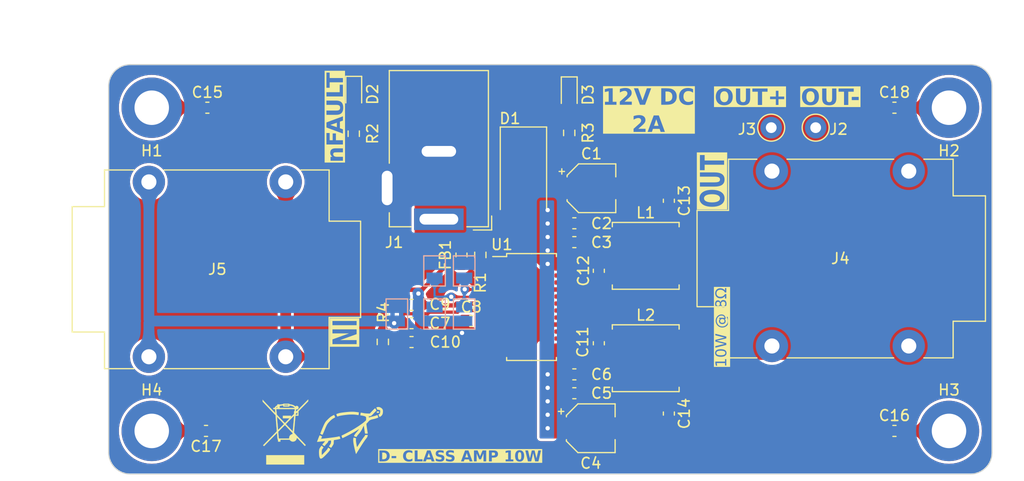
<source format=kicad_pcb>
(kicad_pcb (version 20221018) (generator pcbnew)
  (layers (0 "F.Cu" signal) (31 "B.Cu" signal) (34 "B.Paste" user) (35 "F.Paste" user) (36 "B.SilkS" user "B.Silkscreen") (37 "F.SilkS" user "F.Silkscreen") (38 "B.Mask" user) (39 "F.Mask" user) (44 "Edge.Cuts" user))
  (net 0 "")
  (net 1 "+12V")
  (net 2 "GND")
  (net 3 "/AVCC")
  (net 4 "GNDA")
  (net 5 "Net-(U1-GVDD)")
  (net 6 "Net-(U1-INN)")
  (net 7 "/INPUT")
  (net 8 "Net-(U1-INP)")
  (net 9 "Net-(C11-Pad1)")
  (net 10 "Net-(C11-Pad2)")
  (net 11 "Net-(C12-Pad1)")
  (net 12 "Net-(C12-Pad2)")
  (net 13 "Net-(J3-Pin_1)")
  (net 14 "Net-(J2-Pin_1)")
  (net 15 "Earth")
  (net 16 "Net-(D2-A)")
  (net 17 "Net-(D3-A)")
  (net 18 "/GAIN0")
  (net 19 "/GAIN1")
  (net 20 "Net-(U1-~{FAULT})")
  (net 21 "Net-(R4-Pad2)")
  (footprint "MountingHole:MountingHole_3.2mm_M3_DIN965_Pad" (layer "F.Cu") (at 78 34)
    (fp_text reference "H3" (at 0 -3.8) (layer "F.SilkS"))
    (fp_text value "M3_mounting_hole")
    (pad "1" thru_hole circle (at 0 0) (size 5.6 5.6) (drill 3.2) (layers "*.Cu" "*.Mask") (net 15 "Earth"))
  )
  (footprint "Capacitor_SMD:CP_Elec_4x5.4" (layer "F.Cu") (at 44.8125 11.475)
    (fp_text reference "C1" (at 0 -3.2) (layer "F.SilkS"))
    (fp_text value "100uF")
    (pad "1" smd roundrect (at -1.8 0) (size 2.6 1.6) (layers "F.Cu" "F.Paste" "F.Mask") (roundrect_rratio 0.15625) (net 1 "+12V"))
    (pad "2" smd roundrect (at 1.8 0) (size 2.6 1.6) (layers "F.Cu" "F.Paste" "F.Mask") (roundrect_rratio 0.15625) (net 2 "GND"))
  )
  (footprint "Connector_BarrelJack:BarrelJack_GCT_DCJ200-10-A_Horizontal" (layer "F.Cu") (at 30.65 14.35 180)
    (fp_text reference "J1" (at 4.15 -2.15) (layer "F.SilkS"))
    (fp_text value "Barrel_Jack_Switch")
    (pad "1" thru_hole rect (at 0 0 180) (size 4.6 2) (drill oval 3.6 1) (layers "*.Cu" "*.Mask") (net 1 "+12V"))
    (pad "2" thru_hole oval (at 0 6.3 180) (size 4.2 2) (drill oval 3.2 1) (layers "*.Cu" "*.Mask") (net 2 "GND"))
    (pad "3" thru_hole oval (at 4.8 2.9 180) (size 2 4.2) (drill oval 1 3.2) (layers "*.Cu" "*.Mask") (net 2 "GND"))
  )
  (footprint "LOGO" (layer "F.Cu") (at 22.1 34.2)
    (fp_text reference "G***" hide)
    (fp_text value "LOGO" hide)
  )
  (footprint "Connector_Audio:Jack_6.35mm_Neutrik_NMJ4HCD2_Horizontal" (layer "F.Cu") (at 61.565 9.885)
    (fp_text reference "J4" (at 6.35 8.115) (layer "F.SilkS"))
    (fp_text value "OUTPUT")
    (pad "S" thru_hole circle (at 12.7 0) (size 3 3) (drill 1.4) (layers "*.Cu" "*.Mask") (net 14 "Net-(J2-Pin_1)"))
    (pad "SN" thru_hole circle (at 12.7 16.23) (size 3 3) (drill 1.4) (layers "*.Cu" "*.Mask") (net 14 "Net-(J2-Pin_1)"))
    (pad "T" thru_hole circle (at 0 0) (size 3 3) (drill 1.4) (layers "*.Cu" "*.Mask") (net 13 "Net-(J3-Pin_1)"))
    (pad "TN" thru_hole circle (at 0 16.23) (size 3 3) (drill 1.4) (layers "*.Cu" "*.Mask") (net 13 "Net-(J3-Pin_1)"))
  )
  (footprint "Inductor_SMD:L_TDK_VLS6045EX_VLS6045AF" (layer "F.Cu") (at 49.85 27.25)
    (fp_text reference "L2" (at 0 -4 unlocked) (layer "F.SilkS"))
    (fp_text value "33uH")
    (pad "1" smd roundrect (at -2.1 0) (size 1.9 5.1) (layers "F.Cu" "F.Paste" "F.Mask") (net 9 "Net-(C11-Pad1)"))
    (pad "2" smd roundrect (at 2.1 0) (size 1.9 5.1) (layers "F.Cu" "F.Paste" "F.Mask") (net 14 "Net-(J2-Pin_1)"))
  )
  (footprint "Diode_SMD:D_SMA-SMB_Universal_Handsoldering" (layer "F.Cu") (at 38.5 10.75 -90)
    (fp_text reference "D1" (at -5.75 1.25 -180) (layer "F.SilkS"))
    (fp_text value "D_TVS")
    (pad "1" smd trapezoid (at -2.9 0 270) (size 3.6 1.7) (rect_delta 0.6 0) (layers "F.Cu" "F.Paste" "F.Mask") (net 2 "GND"))
    (pad "2" smd trapezoid (at 2.9 0 90) (size 3.6 1.7) (rect_delta 0.6 0) (layers "F.Cu" "F.Paste" "F.Mask") (net 1 "+12V"))
  )
  (footprint "Capacitor_SMD:C_0603_1608Metric_Pad1.08x0.95mm_HandSolder" (layer "F.Cu") (at 33.6625 23.8 180)
    (fp_text reference "C8" (at 0 1.3) (layer "F.SilkS"))
    (fp_text value "1uF")
    (pad "1" smd roundrect (at -0.8625 0 180) (size 1.075 0.95) (layers "F.Cu" "F.Paste" "F.Mask") (net 5 "Net-(U1-GVDD)"))
    (pad "2" smd roundrect (at 0.8625 0 180) (size 1.075 0.95) (layers "F.Cu" "F.Paste" "F.Mask") (net 2 "GND"))
  )
  (footprint "Capacitor_SMD:C_0603_1608Metric_Pad1.08x0.95mm_HandSolder" (layer "F.Cu") (at 52 32.3875 -90)
    (fp_text reference "C14" (at 0 -1.43 90) (layer "F.SilkS"))
    (fp_text value "1uF")
    (pad "1" smd roundrect (at -0.8625 0 270) (size 1.075 0.95) (layers "F.Cu" "F.Paste" "F.Mask") (net 14 "Net-(J2-Pin_1)"))
    (pad "2" smd roundrect (at 0.8625 0 270) (size 1.075 0.95) (layers "F.Cu" "F.Paste" "F.Mask") (net 2 "GND"))
  )
  (footprint "Symbol:WEEE-Logo_4.2x6mm_SilkScreen" (layer "F.Cu") (at 16.4 34.1)
    (fp_text reference "REF**" hide)
    (fp_text value "WEEE-Logo_4.2x6mm_SilkScreen" hide)
  )
  (footprint "Resistor_SMD:R_0603_1608Metric_Pad0.98x0.95mm_HandSolder" (layer "F.Cu") (at 42.75 6.3375 -90)
    (fp_text reference "R3" (at 0 -1.75 90) (layer "F.SilkS"))
    (fp_text value "5k1")
    (pad "1" smd roundrect (at -0.9125 0 270) (size 0.975 0.95) (layers "F.Cu" "F.Paste" "F.Mask") (net 17 "Net-(D3-A)"))
    (pad "2" smd roundrect (at 0.9125 0 270) (size 0.975 0.95) (layers "F.Cu" "F.Paste" "F.Mask") (net 1 "+12V"))
  )
  (footprint "Capacitor_SMD:C_0603_1608Metric_Pad1.08x0.95mm_HandSolder" (layer "F.Cu") (at 52 12.6375 -90)
    (fp_text reference "C13" (at 0 -1.43 90) (layer "F.SilkS"))
    (fp_text value "1uF")
    (pad "1" smd roundrect (at -0.8625 0 270) (size 1.075 0.95) (layers "F.Cu" "F.Paste" "F.Mask") (net 2 "GND"))
    (pad "2" smd roundrect (at 0.8625 0 270) (size 1.075 0.95) (layers "F.Cu" "F.Paste" "F.Mask") (net 13 "Net-(J3-Pin_1)"))
  )
  (footprint "Connector_Pin:Pin_D1.0mm_L10.0mm" (layer "F.Cu") (at 61.5 5.85)
    (fp_text reference "J3" (at -2.25 0.15) (layer "F.SilkS"))
    (fp_text value "OUT+")
    (pad "1" thru_hole circle (at 0 0) (size 2 2) (drill 1) (layers "*.Cu" "*.Mask") (net 13 "Net-(J3-Pin_1)"))
  )
  (footprint "Capacitor_SMD:C_0603_1608Metric_Pad1.08x0.95mm_HandSolder" (layer "F.Cu") (at 28.1125 22.3 180)
    (fp_text reference "C7" (at -2.6375 -1.7) (layer "F.SilkS"))
    (fp_text value "1uF")
    (pad "1" smd roundrect (at -0.8625 0 180) (size 1.075 0.95) (layers "F.Cu" "F.Paste" "F.Mask") (net 3 "/AVCC"))
    (pad "2" smd roundrect (at 0.8625 0 180) (size 1.075 0.95) (layers "F.Cu" "F.Paste" "F.Mask") (net 4 "GNDA"))
  )
  (footprint "Capacitor_SMD:C_0603_1608Metric_Pad1.08x0.95mm_HandSolder" (layer "F.Cu") (at 45.5 25.8625 -90)
    (fp_text reference "C11" (at -0.1125 1.5 90) (layer "F.SilkS"))
    (fp_text value "470nF")
    (pad "1" smd roundrect (at -0.8625 0 270) (size 1.075 0.95) (layers "F.Cu" "F.Paste" "F.Mask") (net 9 "Net-(C11-Pad1)"))
    (pad "2" smd roundrect (at 0.8625 0 270) (size 1.075 0.95) (layers "F.Cu" "F.Paste" "F.Mask") (net 10 "Net-(C11-Pad2)"))
  )
  (footprint "MountingHole:MountingHole_3.2mm_M3_DIN965_Pad" (layer "F.Cu") (at 78 4)
    (fp_text reference "H2" (at 0 4) (layer "F.SilkS"))
    (fp_text value "M3_mounting_hole")
    (pad "1" thru_hole circle (at 0 0) (size 5.6 5.6) (drill 3.2) (layers "*.Cu" "*.Mask") (net 15 "Earth"))
  )
  (footprint "MountingHole:MountingHole_3.2mm_M3_DIN965_Pad" (layer "F.Cu") (at 4 4)
    (fp_text reference "H1" (at 0 4) (layer "F.SilkS"))
    (fp_text value "M3_mounting_hole")
    (pad "1" thru_hole circle (at 0 0) (size 5.6 5.6) (drill 3.2) (layers "*.Cu" "*.Mask") (net 15 "Earth"))
  )
  (footprint "Capacitor_SMD:C_0603_1608Metric_Pad1.08x0.95mm_HandSolder" (layer "F.Cu") (at 43.225 30.5)
    (fp_text reference "C5" (at 2.525 0) (layer "F.SilkS"))
    (fp_text value "100nF")
    (pad "1" smd roundrect (at -0.8625 0) (size 1.075 0.95) (layers "F.Cu" "F.Paste" "F.Mask") (net 1 "+12V"))
    (pad "2" smd roundrect (at 0.8625 0) (size 1.075 0.95) (layers "F.Cu" "F.Paste" "F.Mask") (net 2 "GND"))
  )
  (footprint "Connector_Audio:Jack_6.35mm_Neutrik_NMJ4HCD2_Horizontal" (layer "F.Cu") (at 16.435 27.115 180)
    (fp_text reference "J5" (at 6.35 8.115) (layer "F.SilkS"))
    (fp_text value "INPUT")
    (pad "S" thru_hole circle (at 12.7 0 180) (size 3 3) (drill 1.4) (layers "*.Cu" "*.Mask") (net 4 "GNDA"))
    (pad "SN" thru_hole circle (at 12.7 16.23 180) (size 3 3) (drill 1.4) (layers "*.Cu" "*.Mask") (net 4 "GNDA"))
    (pad "T" thru_hole circle (at 0 0 180) (size 3 3) (drill 1.4) (layers "*.Cu" "*.Mask") (net 7 "/INPUT"))
    (pad "TN" thru_hole circle (at 0 16.23 180) (size 3 3) (drill 1.4) (layers "*.Cu" "*.Mask") (net 7 "/INPUT"))
  )
  (footprint "Capacitor_SMD:C_0603_1608Metric_Pad1.08x0.95mm_HandSolder" (layer "F.Cu") (at 28.1125 25.75)
    (fp_text reference "C10" (at 3.1375 0) (layer "F.SilkS"))
    (fp_text value "1uF")
    (pad "1" smd roundrect (at -0.8625 0) (size 1.075 0.95) (layers "F.Cu" "F.Paste" "F.Mask") (net 7 "/INPUT"))
    (pad "2" smd roundrect (at 0.8625 0) (size 1.075 0.95) (layers "F.Cu" "F.Paste" "F.Mask") (net 8 "Net-(U1-INP)"))
  )
  (footprint "Inductor_SMD:L_0603_1608Metric_Pad1.05x0.95mm_HandSolder" (layer "F.Cu") (at 32.75 17.6625 -90)
    (fp_text reference "FB1" (at 0 1.5 90) (layer "F.SilkS"))
    (fp_text value "GZ1608D601TF")
    (pad "1" smd roundrect (at -0.875 0 270) (size 1.05 0.95) (layers "F.Cu" "F.Paste" "F.Mask") (net 1 "+12V"))
    (pad "2" smd roundrect (at 0.875 0 270) (size 1.05 0.95) (layers "F.Cu" "F.Paste" "F.Mask") (net 3 "/AVCC"))
  )
  (footprint "Capacitor_SMD:C_0603_1608Metric_Pad1.08x0.95mm_HandSolder" (layer "F.Cu") (at 43.225 16.475)
    (fp_text reference "C3" (at 2.525 0.025) (layer "F.SilkS"))
    (fp_text value "1nF")
    (pad "1" smd roundrect (at -0.8625 0) (size 1.075 0.95) (layers "F.Cu" "F.Paste" "F.Mask") (net 1 "+12V"))
    (pad "2" smd roundrect (at 0.8625 0) (size 1.075 0.95) (layers "F.Cu" "F.Paste" "F.Mask") (net 2 "GND"))
  )
  (footprint "Resistor_SMD:R_0603_1608Metric_Pad0.98x0.95mm_HandSolder" (layer "F.Cu") (at 34.5 17.6625 -90)
    (fp_text reference "R1" (at 2.5875 0 90) (layer "F.SilkS"))
    (fp_text value "100k")
    (pad "1" smd roundrect (at -0.9125 0 270) (size 0.975 0.95) (layers "F.Cu" "F.Paste" "F.Mask") (net 1 "+12V"))
    (pad "2" smd roundrect (at 0.9125 0 270) (size 0.975 0.95) (layers "F.Cu" "F.Paste" "F.Mask") (net 20 "Net-(U1-~{FAULT})"))
  )
  (footprint "Capacitor_SMD:CP_Elec_4x5.4" (layer "F.Cu") (at 44.75 33.75)
    (fp_text reference "C4" (at 0 3.25) (layer "F.SilkS"))
    (fp_text value "100uF")
    (pad "1" smd roundrect (at -1.8 0) (size 2.6 1.6) (layers "F.Cu" "F.Paste" "F.Mask") (roundrect_rratio 0.15625) (net 1 "+12V"))
    (pad "2" smd roundrect (at 1.8 0) (size 2.6 1.6) (layers "F.Cu" "F.Paste" "F.Mask") (roundrect_rratio 0.15625) (net 2 "GND"))
  )
  (footprint "LED_SMD:LED_0603_1608Metric_Pad1.05x0.95mm_HandSolder" (layer "F.Cu") (at 42.75 2.8 -90)
    (fp_text reference "D3" (at 0 -1.75 90) (layer "F.SilkS"))
    (fp_text value "YELLOW")
    (pad "1" smd roundrect (at -0.875 0 270) (size 1.05 0.95) (layers "F.Cu" "F.Paste" "F.Mask") (net 2 "GND"))
    (pad "2" smd roundrect (at 0.875 0 270) (size 1.05 0.95) (layers "F.Cu" "F.Paste" "F.Mask") (net 17 "Net-(D3-A)"))
  )
  (footprint "Connector_Pin:Pin_D1.0mm_L10.0mm" (layer "F.Cu") (at 65.625 5.85)
    (fp_text reference "J2" (at 2.125 0.15) (layer "F.SilkS"))
    (fp_text value "OUT-")
    (pad "1" thru_hole circle (at 0 0) (size 2 2) (drill 1) (layers "*.Cu" "*.Mask") (net 14 "Net-(J2-Pin_1)"))
  )
  (footprint "Capacitor_SMD:C_0603_1608Metric_Pad1.08x0.95mm_HandSolder" (layer "F.Cu") (at 9.1625 4)
    (fp_text reference "C15" (at 0 -1.43) (layer "F.SilkS"))
    (fp_text value "100nF")
    (pad "1" smd roundrect (at -0.8625 0) (size 1.075 0.95) (layers "F.Cu" "F.Paste" "F.Mask") (net 15 "Earth"))
    (pad "2" smd roundrect (at 0.8625 0) (size 1.075 0.95) (layers "F.Cu" "F.Paste" "F.Mask") (net 2 "GND"))
  )
  (footprint "Capacitor_SMD:C_0603_1608Metric_Pad1.08x0.95mm_HandSolder" (layer "F.Cu") (at 45.5 19.1375 90)
    (fp_text reference "C12" (at 0 -1.43 90) (layer "F.SilkS"))
    (fp_text value "470nF")
    (pad "1" smd roundrect (at -0.8625 0 90) (size 1.075 0.95) (layers "F.Cu" "F.Paste" "F.Mask") (net 11 "Net-(C12-Pad1)"))
    (pad "2" smd roundrect (at 0.8625 0 90) (size 1.075 0.95) (layers "F.Cu" "F.Paste" "F.Mask") (net 12 "Net-(C12-Pad2)"))
  )
  (footprint "Resistor_SMD:R_0603_1608Metric_Pad0.98x0.95mm_HandSolder" (layer "F.Cu") (at 25.45 25.7375 -90)
    (fp_text reference "R4" (at -2.7375 -0.05 90) (layer "F.SilkS"))
    (fp_text value "100k")
    (pad "1" smd roundrect (at -0.9125 0 270) (size 0.975 0.95) (layers "F.Cu" "F.Paste" "F.Mask") (net 3 "/AVCC"))
    (pad "2" smd roundrect (at 0.9125 0 270) (size 0.975 0.95) (layers "F.Cu" "F.Paste" "F.Mask") (net 21 "Net-(R4-Pad2)"))
  )
  (footprint "Resistor_SMD:R_0603_1608Metric_Pad0.98x0.95mm_HandSolder" (layer "F.Cu") (at 22.75 6.4125 -90)
    (fp_text reference "R2" (at 0 -1.75 90) (layer "F.SilkS"))
    (fp_text value "5k1")
    (pad "1" smd roundrect (at -0.9125 0 270) (size 0.975 0.95) (layers "F.Cu" "F.Paste" "F.Mask") (net 16 "Net-(D2-A)"))
    (pad "2" smd roundrect (at 0.9125 0 270) (size 0.975 0.95) (layers "F.Cu" "F.Paste" "F.Mask") (net 20 "Net-(U1-~{FAULT})"))
  )
  (footprint "Capacitor_SMD:C_0603_1608Metric_Pad1.08x0.95mm_HandSolder" (layer "F.Cu") (at 9.0375 34 180)
    (fp_text reference "C17" (at 0 -1.43) (layer "F.SilkS"))
    (fp_text value "100nF")
    (pad "1" smd roundrect (at -0.8625 0 180) (size 1.075 0.95) (layers "F.Cu" "F.Paste" "F.Mask") (net 2 "GND"))
    (pad "2" smd roundrect (at 0.8625 0 180) (size 1.075 0.95) (layers "F.Cu" "F.Paste" "F.Mask") (net 15 "Earth"))
  )
  (footprint "LED_SMD:LED_0603_1608Metric_Pad1.05x0.95mm_HandSolder" (layer "F.Cu") (at 22.75 2.75 -90)
    (fp_text reference "D2" (at 0 -1.75 90) (layer "F.SilkS"))
    (fp_text value "RED")
    (pad "1" smd roundrect (at -0.875 0 270) (size 1.05 0.95) (layers "F.Cu" "F.Paste" "F.Mask") (net 2 "GND"))
    (pad "2" smd roundrect (at 0.875 0 270) (size 1.05 0.95) (layers "F.Cu" "F.Paste" "F.Mask") (net 16 "Net-(D2-A)"))
  )
  (footprint "Package_SO:HTSSOP-28-1EP_4.4x9.7mm_P0.65mm_EP2.85x5.4mm" (layer "F.Cu") (at 39.25 22.5)
    (fp_text reference "U1" (at -2.75 -5.8) (layer "F.SilkS"))
    (fp_text value "TPA3112D1")
    (pad "1" smd roundrect (at -2.8625 -4.225) (size 1.475 0.4) (layers "F.Cu" "F.Paste" "F.Mask") (net 20 "Net-(U1-~{FAULT})"))
    (pad "2" smd roundrect (at -2.8625 -3.575) (size 1.475 0.4) (layers "F.Cu" "F.Paste" "F.Mask") (net 20 "Net-(U1-~{FAULT})"))
    (pad "3" smd roundrect (at -2.8625 -2.925) (size 1.475 0.4) (layers "F.Cu" "F.Paste" "F.Mask") (net 2 "GND"))
    (pad "4" smd roundrect (at -2.8625 -2.275) (size 1.475 0.4) (layers "F.Cu" "F.Paste" "F.Mask") (net 2 "GND"))
    (pad "5" smd roundrect (at -2.8625 -1.625) (size 1.475 0.4) (layers "F.Cu" "F.Paste" "F.Mask") (net 18 "/GAIN0"))
    (pad "6" smd roundrect (at -2.8625 -0.975) (size 1.475 0.4) (layers "F.Cu" "F.Paste" "F.Mask") (net 19 "/GAIN1"))
    (pad "7" smd roundrect (at -2.8625 -0.325) (size 1.475 0.4) (layers "F.Cu" "F.Paste" "F.Mask") (net 3 "/AVCC"))
    (pad "8" smd roundrect (at -2.8625 0.325) (size 1.475 0.4) (layers "F.Cu" "F.Paste" "F.Mask") (net 4 "GNDA"))
    (pad "9" smd roundrect (at -2.8625 0.975) (size 1.475 0.4) (layers "F.Cu" "F.Paste" "F.Mask") (net 5 "Net-(U1-GVDD)"))
    (pad "10" smd roundrect (at -2.8625 1.625) (size 1.475 0.4) (layers "F.Cu" "F.Paste" "F.Mask") (net 5 "Net-(U1-GVDD)"))
    (pad "11" smd roundrect (at -2.8625 2.275) (size 1.475 0.4) (layers "F.Cu" "F.Paste" "F.Mask") (net 6 "Net-(U1-INN)"))
    (pad "12" smd roundrect (at -2.8625 2.925) (size 1.475 0.4) (layers "F.Cu" "F.Paste" "F.Mask") (net 8 "Net-(U1-INP)"))
    (pad "13" smd roundrect (at -2.8625 3.575) (size 1.475 0.4) (layers "F.Cu" "F.Paste" "F.Mask"))
    (pad "14" smd roundrect (at -2.8625 4.225) (size 1.475 0.4) (layers "F.Cu" "F.Paste" "F.Mask") (net 21 "Net-(R4-Pad2)"))
    (pad "15" smd roundrect (at 2.8625 4.225) (size 1.475 0.4) (layers "F.Cu" "F.Paste" "F.Mask") (net 1 "+12V"))
    (pad "16" smd roundrect (at 2.8625 3.575) (size 1.475 0.4) (layers "F.Cu" "F.Paste" "F.Mask") (net 1 "+12V"))
    (pad "17" smd roundrect (at 2.8625 2.925) (size 1.475 0.4) (layers "F.Cu" "F.Paste" "F.Mask") (net 10 "Net-(C11-Pad2)"))
    (pad "18" smd roundrect (at 2.8625 2.275) (size 1.475 0.4) (layers "F.Cu" "F.Paste" "F.Mask") (net 9 "Net-(C11-Pad1)"))
    (pad "19" smd roundrect (at 2.8625 1.625) (size 1.475 0.4) (layers "F.Cu" "F.Paste" "F.Mask") (net 2 "GND"))
    (pad "20" smd roundrect (at 2.8625 0.975) (size 1.475 0.4) (layers "F.Cu" "F.Paste" "F.Mask") (net 9 "Net-(C11-Pad1)"))
    (pad "21" smd roundrect (at 2.8625 0.325) (size 1.475 0.4) (layers "F.Cu" "F.Paste" "F.Mask") (net 10 "Net-(C11-Pad2)"))
    (pad "22" smd roundrect (at 2.8625 -0.325) (size 1.475 0.4) (layers "F.Cu" "F.Paste" "F.Mask") (net 12 "Net-(C12-Pad2)"))
    (pad "23" smd roundrect (at 2.8625 -0.975) (size 1.475 0.4) (layers "F.Cu" "F.Paste" "F.Mask") (net 11 "Net-(C12-Pad1)"))
    (pad "24" smd roundrect (at 2.8625 -1.625) (size 1.475 0.4) (layers "F.Cu" "F.Paste" "F.Mask") (net 2 "GND"))
    (pad "25" smd roundrect (at 2.8625 -2.275) (size 1.475 0.4) (layers "F.Cu" "F.Paste" "F.Mask") (net 11 "Net-(C12-Pad1)"))
    (pad "26" smd roundrect (at 2.8625 -2.925) (size 1.475 0.4) (layers "F.Cu" "F.Paste" "F.Mask") (net 12 "Net-(C12-Pad2)"))
    (pad "27" smd roundrect (at 2.8625 -3.575) (size 1.475 0.4) (layers "F.Cu" "F.Paste" "F.Mask") (net 1 "+12V"))
    (pad "28" smd roundrect (at 2.8625 -4.225) (size 1.475 0.4) (layers "F.Cu" "F.Paste" "F.Mask") (net 1 "+12V"))
    (pad "29" smd rect (at 0 0) (size 2.85 5.4) (layers "F.Cu" "F.Mask") (net 2 "GND"))
  )
  (footprint "Capacitor_SMD:C_0603_1608Metric_Pad1.08x0.95mm_HandSolder" (layer "F.Cu") (at 28.1125 24)
    (fp_text reference "C9" (at 2.6375 -1.75) (layer "F.SilkS"))
    (fp_text value "1uF")
    (pad "1" smd roundrect (at -0.8625 0) (size 1.075 0.95) (layers "F.Cu" "F.Paste" "F.Mask") (net 4 "GNDA"))
    (pad "2" smd roundrect (at 0.8625 0) (size 1.075 0.95) (layers "F.Cu" "F.Paste" "F.Mask") (net 6 "Net-(U1-INN)"))
  )
  (footprint "Inductor_SMD:L_TDK_VLS6045EX_VLS6045AF" (layer "F.Cu") (at 49.85 17.75)
    (fp_text reference "L1" (at 0 -4 unlocked) (layer "F.SilkS"))
    (fp_text value "33uH")
    (pad "1" smd roundrect (at -2.1 0) (size 1.9 5.1) (layers "F.Cu" "F.Paste" "F.Mask") (net 11 "Net-(C12-Pad1)"))
    (pad "2" smd roundrect (at 2.1 0) (size 1.9 5.1) (layers "F.Cu" "F.Paste" "F.Mask") (net 13 "Net-(J3-Pin_1)"))
  )
  (footprint "Capacitor_SMD:C_0603_1608Metric_Pad1.08x0.95mm_HandSolder" (layer "F.Cu") (at 72.9375 4)
    (fp_text reference "C18" (at 0 -1.43) (layer "F.SilkS"))
    (fp_text value "100nF")
    (pad "1" smd roundrect (at -0.8625 0) (size 1.075 0.95) (layers "F.Cu" "F.Paste" "F.Mask") (net 2 "GND"))
    (pad "2" smd roundrect (at 0.8625 0) (size 1.075 0.95) (layers "F.Cu" "F.Paste" "F.Mask") (net 15 "Earth"))
  )
  (footprint "Capacitor_SMD:C_0603_1608Metric_Pad1.08x0.95mm_HandSolder" (layer "F.Cu") (at 43.225 14.725)
    (fp_text reference "C2" (at 2.525 0.025) (layer "F.SilkS"))
    (fp_text value "100nF")
    (pad "1" smd roundrect (at -0.8625 0) (size 1.075 0.95) (layers "F.Cu" "F.Paste" "F.Mask") (net 1 "+12V"))
    (pad "2" smd roundrect (at 0.8625 0) (size 1.075 0.95) (layers "F.Cu" "F.Paste" "F.Mask") (net 2 "GND"))
  )
  (footprint "MountingHole:MountingHole_3.2mm_M3_DIN965_Pad" (layer "F.Cu") (at 4 34)
    (fp_text reference "H4" (at 0 -3.8) (layer "F.SilkS"))
    (fp_text value "M3_mounting_hole")
    (pad "1" thru_hole circle (at 0 0) (size 5.6 5.6) (drill 3.2) (layers "*.Cu" "*.Mask") (net 15 "Earth"))
  )
  (footprint "Capacitor_SMD:C_0603_1608Metric_Pad1.08x0.95mm_HandSolder" (layer "F.Cu") (at 43.225 28.75)
    (fp_text reference "C6" (at 2.525 0) (layer "F.SilkS"))
    (fp_text value "1nF")
    (pad "1" smd roundrect (at -0.8625 0) (size 1.075 0.95) (layers "F.Cu" "F.Paste" "F.Mask") (net 1 "+12V"))
    (pad "2" smd roundrect (at 0.8625 0) (size 1.075 0.95) (layers "F.Cu" "F.Paste" "F.Mask") (net 2 "GND"))
  )
  (footprint "Capacitor_SMD:C_0603_1608Metric_Pad1.08x0.95mm_HandSolder" (layer "F.Cu") (at 72.9375 34)
    (fp_text reference "C16" (at 0 -1.43) (layer "F.SilkS"))
    (fp_text value "100nF")
    (pad "1" smd roundrect (at -0.8625 0) (size 1.075 0.95) (layers "F.Cu" "F.Paste" "F.Mask") (net 2 "GND"))
    (pad "2" smd roundrect (at 0.8625 0) (size 1.075 0.95) (layers "F.Cu" "F.Paste" "F.Mask") (net 15 "Earth"))
  )
  (footprint "Jumper:SolderJumper-2_P1.3mm_Open_Pad1.0x1.5mm" (layer "B.Cu") (at 33 23.15 -90)
    (fp_text reference "JP1" hide)
    (fp_text value "SolderJumper_2_Open")
    (pad "1" smd rect (at -0.65 0 270) (size 1 1.5) (layers "B.Cu" "B.Mask") (net 18 "/GAIN0"))
    (pad "2" smd rect (at 0.65 0 270) (size 1 1.5) (layers "B.Cu" "B.Mask") (net 3 "/AVCC"))
  )
  (footprint "Jumper:SolderJumper-2_P1.3mm_Open_Pad1.0x1.5mm" (layer "B.Cu") (at 33 19.15 -90)
    (fp_text reference "JP4" hide)
    (fp_text value "SolderJumper_2_Open")
    (pad "1" smd rect (at -0.65 0 270) (size 1 1.5) (layers "B.Cu" "B.Mask") (net 2 "GND"))
    (pad "2" smd rect (at 0.65 0 270) (size 1 1.5) (layers "B.Cu" "B.Mask") (net 18 "/GAIN0"))
  )
  (footprint "Jumper:SolderJumper-2_P1.3mm_Open_Pad1.0x1.5mm" (layer "B.Cu") (at 30.25 23.15 -90)
    (fp_text reference "JP2" hide)
    (fp_text value "SolderJumper_2_Open")
    (pad "1" smd rect (at -0.65 0 270) (size 1 1.5) (layers "B.Cu" "B.Mask") (net 19 "/GAIN1"))
    (pad "2" smd rect (at 0.65 0 270) (size 1 1.5) (layers "B.Cu" "B.Mask") (net 3 "/AVCC"))
  )
  (footprint "Jumper:SolderJumper-2_P1.3mm_Bridged2Bar_Pad1.0x1.5mm" (layer "B.Cu") (at 26.75 23.15 90)
    (fp_text reference "JP5" hide)
    (fp_text value "SolderJumper_2_Bridged")
    (fp_poly (pts (xy -0.25 -0.2) (xy 0.25 -0.2) (xy 0.25 -0.6) (xy -0.25 -0.6)) (fill solid) (layer "B.Cu"))
    (fp_poly (pts (xy -0.25 0.6) (xy 0.25 0.6) (xy 0.25 0.2) (xy -0.25 0.2)) (fill solid) (layer "B.Cu"))
    (pad "1" smd rect (at -0.65 0 90) (size 1 1.5) (layers "B.Cu" "B.Mask") (net 4 "GNDA"))
    (pad "2" smd rect (at 0.65 0 90) (size 1 1.5) (layers "B.Cu" "B.Mask") (net 2 "GND"))
  )
  (footprint "Jumper:SolderJumper-2_P1.3mm_Open_Pad1.0x1.5mm" (layer "B.Cu") (at 30.25 19.15 -90)
    (fp_text reference "JP3" hide)
    (fp_text value "SolderJumper_2_Open")
    (pad "1" smd rect (at -0.65 0 270) (size 1 1.5) (layers "B.Cu" "B.Mask") (net 2 "GND"))
    (pad "2" smd rect (at 0.65 0 270) (size 1 1.5) (layers "B.Cu" "B.Mask") (net 19 "/GAIN1"))
  )
  (gr_line (start 0 2) (end 0 36) (stroke (width 0.1)) (layer "Edge.Cuts"))
  (gr_line (start 82 36) (end 82 2) (stroke (width 0.1)) (layer "Edge.Cuts"))
  (gr_arc (start 2 38) (mid 0.585786 37.414214) (end 0 36) (stroke (width 0.1)) (layer "Edge.Cuts"))
  (gr_arc (start 80 0) (mid 81.414214 0.585786) (end 82 2) (stroke (width 0.1)) (layer "Edge.Cuts"))
  (gr_arc (start 82 36) (mid 81.414214 37.414214) (end 80 38) (stroke (width 0.1)) (layer "Edge.Cuts"))
  (gr_line (start 2 38) (end 80 38) (stroke (width 0.1)) (layer "Edge.Cuts"))
  (gr_line (start 2 0) (end 80 0) (stroke (width 0.1)) (layer "Edge.Cuts"))
  (gr_arc (start 0 2) (mid 0.585786 0.585786) (end 2 0) (stroke (width 0.1)) (layer "Edge.Cuts"))
  (gr_text "Designed by\nKarol Augustyn\n20-11-2023" (at 30.2 35) (layer "F.Cu") (effects (font (size 0.7 0.7) (thickness 0.175) bold) (justify bottom)))
  (gr_text "OUT" (at 57.5 13.3 90) (layer "F.SilkS" knockout) (effects (font (size 2.2 1.5) (thickness 0.3) bold) (justify left bottom)))
  (gr_text "OUT+" (at 56.25 4) (layer "F.SilkS" knockout) (effects (font (size 1.5 1.5) (thickness 0.3) bold) (justify left bottom)))
  (gr_text "12V DC\n2A" (at 50.1 6.5) (layer "F.SilkS" knockout) (effects (font (size 1.5 1.5) (thickness 0.3) bold) (justify bottom)))
  (gr_text "IN" (at 20.4 23.6 270) (layer "F.SilkS" knockout) (effects (font (size 2.2 1.5) (thickness 0.3) bold) (justify left bottom)))
  (gr_text "OUT-" (at 64.25 4) (layer "F.SilkS" knockout) (effects (font (size 1.5 1.5) (thickness 0.3) bold) (justify left bottom)))
  (gr_text "10W @ 8Ω" (at 57.5 28.1 90) (layer "F.SilkS" knockout) (effects (font (size 1 1)) (justify left bottom)))
  (gr_text "D- CLASS AMP 10W" (at 25 37) (layer "F.SilkS" knockout) (effects (font (size 1 1) (thickness 0.2) bold) (justify left bottom)))
  (gr_text "nFAULT" (at 22 9.1 90) (layer "F.SilkS" knockout) (effects (font (size 1.5 1.5) (thickness 0.3) bold) (justify left bottom)))
  (via (at 40.75 33.75) (size 0.8) (drill 0.4) (layers "F.Cu" "B.Cu") (net 1))
  (via (at 40.75 32.5) (size 0.8) (drill 0.4) (layers "F.Cu" "B.Cu") (net 1))
  (via (at 40.75 30) (size 0.8) (drill 0.4) (layers "F.Cu" "B.Cu") (net 1))
  (via (at 40.75 14.75) (size 0.8) (drill 0.4) (layers "F.Cu" "B.Cu") (net 1))
  (via (at 40.75 16) (size 0.8) (drill 0.4) (layers "F.Cu" "B.Cu") (net 1))
  (via (at 40.75 13.5) (size 0.8) (drill 0.4) (layers "F.Cu" "B.Cu") (net 1))
  (via (at 40.75 28.75) (size 0.8) (drill 0.4) (layers "F.Cu" "B.Cu") (net 1))
  (via (at 40.75 17.25) (size 0.8) (drill 0.4) (layers "F.Cu" "B.Cu") (net 1))
  (via (at 40.75 18.5) (size 0.8) (drill 0.4) (layers "F.Cu" "B.Cu") (net 1))
  (via (at 40.75 31.25) (size 0.8) (drill 0.4) (layers "F.Cu" "B.Cu") (net 1))
  (via (at 32.8 24.9) (size 0.8) (drill 0.4) (layers "F.Cu" "B.Cu") (net 2))
  (segment (start 29.025 22.35) (end 28.975 22.3) (width 0.4) (layer "F.Cu") (net 3))
  (segment (start 28.75 21.225) (end 28.975 21) (width 0.5) (layer "F.Cu") (net 3))
  (segment (start 28.875 20.9) (end 28.975 21) (width 0.4) (layer "F.Cu") (net 3))
  (segment (start 25.875 20.9) (end 28.875 20.9) (width 0.4) (layer "F.Cu") (net 3))
  (segment (start 28.975 22.3) (end 28.975 21) (width 0.4) (layer "F.Cu") (net 3))
  (segment (start 28.75 21.25) (end 28.75 21.225) (width 0.5) (layer "F.Cu") (net 3))
  (segment (start 32.306371 22.175) (end 32.131371 22.35) (width 0.4) (layer "F.Cu") (net 3))
  (segment (start 25.45 24.825) (end 25.45 21.325) (width 0.4) (layer "F.Cu") (net 3))
  (segment (start 28.975 21) (end 31.4375 18.5375) (width 0.4) (layer "F.Cu") (net 3))
  (segment (start 31.4375 18.5375) (end 32.75 18.5375) (width 0.4) (layer "F.Cu") (net 3))
  (segment (start 32.131371 22.35) (end 29.025 22.35) (width 0.4) (layer "F.Cu") (net 3))
  (segment (start 25.45 21.325) (end 25.875 20.9) (width 0.4) (layer "F.Cu") (net 3))
  (segment (start 36.3875 22.175) (end 32.306371 22.175) (width 0.4) (layer "F.Cu") (net 3))
  (via (at 28.75 21.25) (size 0.8) (drill 0.4) (layers "F.Cu" "B.Cu") (net 3))
  (segment (start 29.15 23.8) (end 28.7 23.35) (width 1) (layer "B.Cu") (net 3))
  (segment (start 28.7 23.35) (end 28.75 21.25) (width 1) (layer "B.Cu") (net 3))
  (segment (start 33 23.8) (end 30.25 23.8) (width 1) (layer "B.Cu") (net 3))
  (segment (start 28.75 21.25) (end 28.7 21.2) (width 1) (layer "B.Cu") (net 3))
  (segment (start 30.25 23.8) (end 29.15 23.8) (width 1) (layer "B.Cu") (net 3))
  (segment (start 29.625 23.125) (end 27.325 23.125) (width 0.3) (layer "F.Cu") (net 4))
  (segment (start 27.25 23.2) (end 27.325 23.125) (width 0.3) (layer "F.Cu") (net 4))
  (segment (start 27.325 23.125) (end 27.25 23.05) (width 0.3) (layer "F.Cu") (net 4))
  (segment (start 32.4 22.975) (end 29.775 22.975) (width 0.3) (layer "F.Cu") (net 4))
  (segment (start 27.25 24) (end 27.25 23.2) (width 0.3) (layer "F.Cu") (net 4))
  (segment (start 29.775 22.975) (end 29.625 23.125) (width 0.3) (layer "F.Cu") (net 4))
  (segment (start 26.5 24) (end 27.25 24) (width 0.5) (layer "F.Cu") (net 4))
  (segment (start 36.3875 22.825) (end 32.55 22.825) (width 0.3) (layer "F.Cu") (net 4))
  (segment (start 32.55 22.825) (end 32.4 22.975) (width 0.3) (layer "F.Cu") (net 4))
  (segment (start 27.25 23.05) (end 27.25 22.3) (width 0.3) (layer "F.Cu") (net 4))
  (via (at 26.5 24) (size 0.8) (drill 0.4) (layers "F.Cu" "B.Cu") (net 4))
  (segment (start 3.95 23.8) (end 3.735 23.585) (width 1) (layer "B.Cu") (net 4))
  (segment (start 26.3 23.8) (end 3.95 23.8) (width 1) (layer "B.Cu") (net 4))
  (segment (start 3.735 24.015) (end 3.95 23.8) (width 1) (layer "B.Cu") (net 4))
  (segment (start 26.55 24) (end 26.5 24) (width 1) (layer "B.Cu") (net 4))
  (segment (start 26.75 23.8) (end 26.55 24) (width 1) (layer "B.Cu") (net 4))
  (segment (start 26.5 24) (end 26.3 23.8) (width 1) (layer "B.Cu") (net 4))
  (segment (start 3.735 27.115) (end 3.735 24.015) (width 1) (layer "B.Cu") (net 4))
  (segment (start 3.735 23.585) (end 3.735 10.885) (width 1) (layer "B.Cu") (net 4))
  (segment (start 30.725 25.75) (end 28.975 24) (width 0.2) (layer "F.Cu") (net 6))
  (segment (start 35.731544 24.775) (end 34.756544 25.75) (width 0.2) (layer "F.Cu") (net 6))
  (segment (start 36.3875 24.775) (end 35.731544 24.775) (width 0.2) (layer "F.Cu") (net 6))
  (segment (start 34.756544 25.75) (end 30.725 25.75) (width 0.2) (layer "F.Cu") (net 6))
  (segment (start 24.85 25.75) (end 27.25 25.75) (width 0.2) (layer "F.Cu") (net 7))
  (segment (start 16.435 27.115) (end 23.485 27.115) (width 0.2) (layer "F.Cu") (net 7))
  (segment (start 23.485 27.115) (end 24.85 25.75) (width 0.2) (layer "F.Cu") (net 7))
  (segment (start 16.435 27.115) (end 16.435 10.885) (width 1) (layer "F.Cu") (net 7))
  (segment (start 30.25 26.2) (end 34.87223 26.2) (width 0.2) (layer "F.Cu") (net 8))
  (segment (start 28.975 25.75) (end 29.8 25.75) (width 0.2) (layer "F.Cu") (net 8))
  (segment (start 29.8 25.75) (end 30.25 26.2) (width 0.2) (layer "F.Cu") (net 8))
  (segment (start 35.64723 25.425) (end 36.3875 25.425) (width 0.2) (layer "F.Cu") (net 8))
  (segment (start 34.87223 26.2) (end 35.64723 25.425) (width 0.2) (layer "F.Cu") (net 8))
  (segment (start 49.65 29.625) (end 49.65 23.425) (width 0.4) (layer "F.Cu") (net 10))
  (segment (start 42.1125 25.425) (end 43.225 25.425) (width 0.4) (layer "F.Cu") (net 10))
  (segment (start 49.65 23.425) (end 49.05 22.825) (width 0.4) (layer "F.Cu") (net 10))
  (segment (start 44.525 26.725) (end 45.5 26.725) (width 0.4) (layer "F.Cu") (net 10))
  (segment (start 48.975 30.3) (end 49.65 29.625) (width 0.4) (layer "F.Cu") (net 10))
  (segment (start 46.15 30.3) (end 48.975 30.3) (width 0.4) (layer "F.Cu") (net 10))
  (segment (start 45.5 29.65) (end 46.15 30.3) (width 0.4) (layer "F.Cu") (net 10))
  (segment (start 49.05 22.825) (end 42.1125 22.825) (width 0.4) (layer "F.Cu") (net 10))
  (segment (start 43.225 25.425) (end 44.525 26.725) (width 0.4) (layer "F.Cu") (net 10))
  (segment (start 45.5 26.725) (end 45.5 29.65) (width 0.4) (layer "F.Cu") (net 10))
  (segment (start 49.675 15.25) (end 49.675 21.575) (width 0.4) (layer "F.Cu") (net 12))
  (segment (start 49.675 21.575) (end 49.075 22.175) (width 0.4) (layer "F.Cu") (net 12))
  (segment (start 49.075 22.175) (end 42.1125 22.175) (width 0.4) (layer "F.Cu") (net 12))
  (segment (start 44.475 18.275) (end 45.5 18.275) (width 0.4) (layer "F.Cu") (net 12))
  (segment (start 45.5 15.45) (end 46.25 14.7) (width 0.4) (layer "F.Cu") (net 12))
  (segment (start 49.125 14.7) (end 49.675 15.25) (width 0.4) (layer "F.Cu") (net 12))
  (segment (start 46.25 14.7) (end 49.125 14.7) (width 0.4) (layer "F.Cu") (net 12))
  (segment (start 45.5 18.275) (end 45.5 15.45) (width 0.4) (layer "F.Cu") (net 12))
  (segment (start 42.1125 19.575) (end 43.175 19.575) (width 0.4) (layer "F.Cu") (net 12))
  (segment (start 43.175 19.575) (end 44.475 18.275) (width 0.4) (layer "F.Cu") (net 12))
  (segment (start 73.8 4) (end 78 4) (width 0.5) (layer "F.Cu") (net 15))
  (segment (start 8.175 34) (end 4 34) (width 0.5) (layer "F.Cu") (net 15))
  (segment (start 73.8 34) (end 78 34) (width 0.5) (layer "F.Cu") (net 15))
  (segment (start 4 4) (end 8.3 4) (width 0.5) (layer "F.Cu") (net 15))
  (segment (start 22.75 5.5) (end 22.75 3.625) (width 0.2) (layer "F.Cu") (net 16))
  (segment (start 42.75 3.675) (end 42.75 5.425) (width 0.2) (layer "F.Cu") (net 17))
  (segment (start 36.3875 20.875) (end 33.075 20.875) (width 0.2) (layer "F.Cu") (net 18))
  (segment (start 33.075 20.875) (end 33.05 20.85) (width 0.2) (layer "F.Cu") (net 18))
  (via (at 33.05 20.85) (size 0.8) (drill 0.4) (layers "F.Cu" "B.Cu") (net 18))
  (segment (start 33 22.5) (end 33 20.9) (width 0.2) (layer "B.Cu") (net 18))
  (segment (start 33.05 20.85) (end 33.05 19.85) (width 0.2) (layer "B.Cu") (net 18))
  (segment (start 33.05 19.85) (end 33 19.8) (width 0.2) (layer "B.Cu") (net 18))
  (segment (start 33 20.9) (end 33.05 20.85) (width 0.2) (layer "B.Cu") (net 18))
  (segment (start 36.3625 21.55) (end 31.8 21.55) (width 0.2) (layer "F.Cu") (net 19))
  (segment (start 36.3875 21.525) (end 36.3625 21.55) (width 0.2) (layer "F.Cu") (net 19))
  (via (at 31.8 21.55) (size 0.8) (drill 0.4) (layers "F.Cu" "B.Cu") (net 19))
  (segment (start 31.8 21.55) (end 30.35 21.55) (width 0.2) (layer "B.Cu") (net 19))
  (segment (start 30.35 21.55) (end 30.25 21.45) (width 0.2) (layer "B.Cu") (net 19))
  (segment (start 30.25 21.45) (end 30.25 19.8) (width 0.2) (layer "B.Cu") (net 19))
  (segment (start 30.35 21.55) (end 30.25 21.65) (width 0.2) (layer "B.Cu") (net 19))
  (segment (start 30.25 21.65) (end 30.25 22.5) (width 0.2) (layer "B.Cu") (net 19))
  (segment (start 33.9125 17.7125) (end 27.5125 17.7125) (width 0.2) (layer "F.Cu") (net 20))
  (segment (start 22.75 12.95) (end 22.75 7.325) (width 0.2) (layer "F.Cu") (net 20))
  (segment (start 34.5 18.3) (end 33.9125 17.7125) (width 0.2) (layer "F.Cu") (net 20))
  (segment (start 27.5125 17.7125) (end 22.75 12.95) (width 0.2) (layer "F.Cu") (net 20))
  (segment (start 34.5 18.575) (end 34.5 18.3) (width 0.2) (layer "F.Cu") (net 20))
  (segment (start 36.3875 26.725) (end 25.525 26.725) (width 0.4) (layer "F.Cu") (net 21))
  (segment (start 25.525 26.725) (end 25.45 26.65) (width 0.4) (layer "F.Cu") (net 21))
  (zone (net 9) (net_name "Net-(C11-Pad1)") (layer "F.Cu") (priority 3) (connect_pads thru_hole_only (clearance 0.25)) (min_thickness 0.25) (fill yes (thermal_gap 0.5) (thermal_bridge_width 0.5) (smoothing fillet) (radius 0.01))
    (polygon (pts (xy 41.475 24.975) (xy 43.125 24.975) (xy 45.25 25.55) (xy 46.325 25.55) (xy 46.35 29.8) (xy 48.7 29.8) (xy 48.7 23.275) (xy 41.475 23.275) (xy 41.475 23.675) (xy 43.125 23.675) (xy 43.125 24.575) (xy 41.475 24.575)))
  )
  (zone (net 14) (net_name "Net-(J2-Pin_1)") (layer "F.Cu") (priority 4) (connect_pads yes (clearance 0.25)) (min_thickness 0.25) (fill yes (thermal_gap 0.5) (thermal_bridge_width 0.5) (smoothing fillet) (radius 0.01))
    (polygon (pts (xy 50.9 23.3) (xy 50.9 32.1) (xy 74 32.1) (xy 76.1 30) (xy 76.1 8.1) (xy 66.5 4.4) (xy 64.2 4.4) (xy 64.2 6.7) (xy 67.8 8.7) (xy 72.2 10.6) (xy 72.5 27.7) (xy 72 28.2) (xy 58.8 28.2) (xy 54.6 23.3)))
  )
  (zone (net 1) (net_name "+12V") (layer "F.Cu") (priority 7) (connect_pads yes (clearance 0.25)) (min_thickness 0.25) (fill yes (thermal_gap 0.5) (thermal_bridge_width 0.5) (smoothing fillet) (radius 0.01))
    (polygon (pts (xy 28.4 17.2) (xy 28.4 12.2) (xy 30.7 10.2) (xy 40 10.2) (xy 42.2 6.7) (xy 44.4 6.7) (xy 44.4 10.2) (xy 44.4 12.8) (xy 43.2 13.9) (xy 43.2 18.8) (xy 43 19.1) (xy 40.5 19.1) (xy 38.4 17.2)))
  )
  (zone (net 1) (net_name "+12V") (layer "F.Cu") (priority 6) (connect_pads yes (clearance 0.25)) (min_thickness 0.25) (fill yes (thermal_gap 0.5) (thermal_bridge_width 0.5) (smoothing fillet) (radius 0.01))
    (polygon (pts (xy 44.4 34.7) (xy 40 34.7) (xy 40 25.9) (xy 42.8 25.9) (xy 43.1 26.2) (xy 43.2 32.1) (xy 44.4 33)))
  )
  (zone (net 11) (net_name "Net-(C12-Pad1)") (layer "F.Cu") (priority 2) (connect_pads thru_hole_only (clearance 0.25)) (min_thickness 0.25) (fill yes (thermal_gap 0.5) (thermal_bridge_width 0.5) (smoothing fillet) (radius 0.01))
    (polygon (pts (xy 41.475 20.025) (xy 43.125 20.025) (xy 45.25 19.45) (xy 46.325 19.45) (xy 46.325 15.2) (xy 48.775 15.2) (xy 48.775 21.725) (xy 41.475 21.725) (xy 41.475 21.325) (xy 43.125 21.325) (xy 43.125 20.425) (xy 41.475 20.425)))
  )
  (zone (net 20) (net_name "Net-(U1-~{FAULT})") (layer "F.Cu") (priority 1) (connect_pads thru_hole_only (clearance 0.25)) (min_thickness 0.25) (fill yes (thermal_gap 0.5) (thermal_bridge_width 0.5) (smoothing fillet) (radius 0.01))
    (polygon (pts (xy 37 18.075) (xy 37 19.125) (xy 35.75 19.125) (xy 34.275 19.06) (xy 34.275 18.09)))
  )
  (zone (net 13) (net_name "Net-(J3-Pin_1)") (layer "F.Cu") (priority 5) (connect_pads yes (clearance 0.25)) (min_thickness 0.25) (fill yes (thermal_gap 0.5) (thermal_bridge_width 0.5) (smoothing fillet) (radius 0.01))
    (polygon (pts (xy 50.9 21.5) (xy 54.4 21.5) (xy 59.4 27.4) (xy 63.6 27.4) (xy 63.5 4.4) (xy 59.8 4.4) (xy 59.8 10.2) (xy 57.8 13) (xy 50.9 13)))
  )
  (zone (net 5) (net_name "Net-(U1-GVDD)") (layer "F.Cu") (connect_pads thru_hole_only (clearance 0.25)) (min_thickness 0.25) (fill yes (thermal_gap 0.5) (thermal_bridge_width 0.5) (smoothing fillet) (radius 0.01))
    (polygon (pts (xy 37 23.275) (xy 37 24.325) (xy 35.75 24.325) (xy 34.225 24.275) (xy 34.225 23.325) (xy 35.75 23.275)))
  )
  (zone (net 2) (net_name "GND") (layers "F&B.Cu") (connect_pads yes (clearance 0.25)) (min_thickness 0.25) (fill yes (thermal_gap 0.5) (thermal_bridge_width 0.5) (smoothing fillet) (radius 0.01))
    (polygon (pts (xy -0.05 0) (xy 82 0) (xy 82 38) (xy 0 38)))
  )
  (zone (net 1) (net_name "+12V") (layer "B.Cu") (priority 8) (connect_pads yes (clearance 0.25)) (min_thickness 0.25) (fill yes (thermal_gap 0.5) (thermal_bridge_width 0.5) (smoothing fillet) (radius 0.01))
    (polygon (pts (xy 40 34.7) (xy 41.35 34.7) (xy 41.35 12.6) (xy 40 12.6)))
  )
)
</source>
